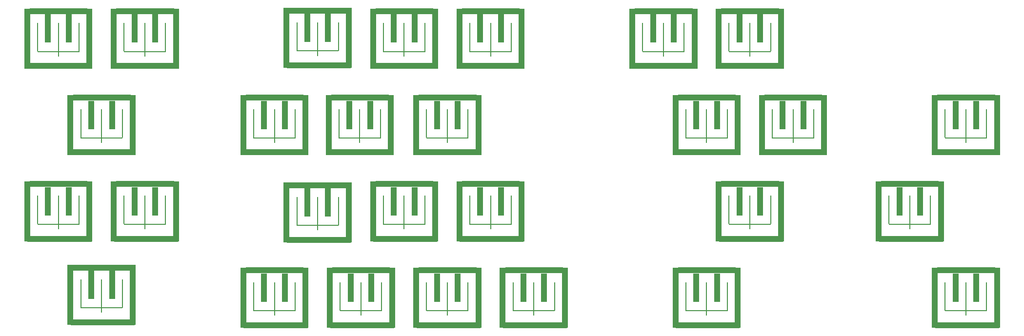
<source format=gbr>
G04 #@! TF.GenerationSoftware,KiCad,Pcbnew,5.1.5+dfsg1-2build2*
G04 #@! TF.CreationDate,2024-05-29T18:28:51+01:00*
G04 #@! TF.ProjectId,qt_touch1,71745f74-6f75-4636-9831-2e6b69636164,rev?*
G04 #@! TF.SameCoordinates,Original*
G04 #@! TF.FileFunction,Paste,Top*
G04 #@! TF.FilePolarity,Positive*
%FSLAX46Y46*%
G04 Gerber Fmt 4.6, Leading zero omitted, Abs format (unit mm)*
G04 Created by KiCad (PCBNEW 5.1.5+dfsg1-2build2) date 2024-05-29 18:28:51*
%MOMM*%
%LPD*%
G04 APERTURE LIST*
%ADD10R,5.000000X1.000000*%
%ADD11R,1.000000X5.000000*%
%ADD12R,5.000000X0.250000*%
%ADD13R,0.250000X5.000000*%
G04 APERTURE END LIST*
D10*
X141600000Y-112700000D03*
X144700000Y-112700000D03*
X138500000Y-112700000D03*
D11*
X146800000Y-110700000D03*
X136000000Y-110700000D03*
X136000000Y-105200000D03*
X146800000Y-105200000D03*
X136000000Y-107700000D03*
X139600000Y-106200000D03*
X143200000Y-106200000D03*
X146800000Y-107700000D03*
D12*
X140200000Y-110200000D03*
X142600000Y-110200000D03*
D13*
X141400000Y-108600000D03*
X137800000Y-107700000D03*
X145000000Y-107700000D03*
D10*
X138900000Y-103200000D03*
X144000000Y-103200000D03*
X141400000Y-103200000D03*
D13*
X141400000Y-107700000D03*
D10*
X134100000Y-97700000D03*
X137200000Y-97700000D03*
X131000000Y-97700000D03*
D11*
X139300000Y-95700000D03*
X128500000Y-95700000D03*
X128500000Y-90200000D03*
X139300000Y-90200000D03*
X128500000Y-92700000D03*
X132100000Y-91200000D03*
X135700000Y-91200000D03*
X139300000Y-92700000D03*
D12*
X132700000Y-95200000D03*
X135100000Y-95200000D03*
D13*
X133900000Y-93600000D03*
X130300000Y-92700000D03*
X137500000Y-92700000D03*
D10*
X131400000Y-88200000D03*
X136500000Y-88200000D03*
X133900000Y-88200000D03*
D13*
X133900000Y-92700000D03*
D10*
X134100000Y-67700000D03*
X137200000Y-67700000D03*
X131000000Y-67700000D03*
D11*
X139300000Y-65700000D03*
X128500000Y-65700000D03*
X128500000Y-60200000D03*
X139300000Y-60200000D03*
X128500000Y-62700000D03*
X132100000Y-61200000D03*
X135700000Y-61200000D03*
X139300000Y-62700000D03*
D12*
X132700000Y-65200000D03*
X135100000Y-65200000D03*
D13*
X133900000Y-63600000D03*
X130300000Y-62700000D03*
X137500000Y-62700000D03*
D10*
X131400000Y-58200000D03*
X136500000Y-58200000D03*
X133900000Y-58200000D03*
D13*
X133900000Y-62700000D03*
D10*
X126600000Y-112700000D03*
X129700000Y-112700000D03*
X123500000Y-112700000D03*
D11*
X131800000Y-110700000D03*
X121000000Y-110700000D03*
X121000000Y-105200000D03*
X131800000Y-105200000D03*
X121000000Y-107700000D03*
X124600000Y-106200000D03*
X128200000Y-106200000D03*
X131800000Y-107700000D03*
D12*
X125200000Y-110200000D03*
X127600000Y-110200000D03*
D13*
X126400000Y-108600000D03*
X122800000Y-107700000D03*
X130000000Y-107700000D03*
D10*
X123900000Y-103200000D03*
X129000000Y-103200000D03*
X126400000Y-103200000D03*
D13*
X126400000Y-107700000D03*
D10*
X126600000Y-82700000D03*
X129700000Y-82700000D03*
X123500000Y-82700000D03*
D11*
X131800000Y-80700000D03*
X121000000Y-80700000D03*
X121000000Y-75200000D03*
X131800000Y-75200000D03*
X121000000Y-77700000D03*
X124600000Y-76200000D03*
X128200000Y-76200000D03*
X131800000Y-77700000D03*
D12*
X125200000Y-80200000D03*
X127600000Y-80200000D03*
D13*
X126400000Y-78600000D03*
X122800000Y-77700000D03*
X130000000Y-77700000D03*
D10*
X123900000Y-73200000D03*
X129000000Y-73200000D03*
X126400000Y-73200000D03*
D13*
X126400000Y-77700000D03*
D10*
X119100000Y-97700000D03*
X122200000Y-97700000D03*
X116000000Y-97700000D03*
D11*
X124300000Y-95700000D03*
X113500000Y-95700000D03*
X113500000Y-90200000D03*
X124300000Y-90200000D03*
X113500000Y-92700000D03*
X117100000Y-91200000D03*
X120700000Y-91200000D03*
X124300000Y-92700000D03*
D12*
X117700000Y-95200000D03*
X120100000Y-95200000D03*
D13*
X118900000Y-93600000D03*
X115300000Y-92700000D03*
X122500000Y-92700000D03*
D10*
X116400000Y-88200000D03*
X121500000Y-88200000D03*
X118900000Y-88200000D03*
D13*
X118900000Y-92700000D03*
D10*
X119100000Y-67700000D03*
X122200000Y-67700000D03*
X116000000Y-67700000D03*
D11*
X124300000Y-65700000D03*
X113500000Y-65700000D03*
X113500000Y-60200000D03*
X124300000Y-60200000D03*
X113500000Y-62700000D03*
X117100000Y-61200000D03*
X120700000Y-61200000D03*
X124300000Y-62700000D03*
D12*
X117700000Y-65200000D03*
X120100000Y-65200000D03*
D13*
X118900000Y-63600000D03*
X115300000Y-62700000D03*
X122500000Y-62700000D03*
D10*
X116400000Y-58200000D03*
X121500000Y-58200000D03*
X118900000Y-58200000D03*
D13*
X118900000Y-62700000D03*
D10*
X111600000Y-112700000D03*
X114700000Y-112700000D03*
X108500000Y-112700000D03*
D11*
X116800000Y-110700000D03*
X106000000Y-110700000D03*
X106000000Y-105200000D03*
X116800000Y-105200000D03*
X106000000Y-107700000D03*
X109600000Y-106200000D03*
X113200000Y-106200000D03*
X116800000Y-107700000D03*
D12*
X110200000Y-110200000D03*
X112600000Y-110200000D03*
D13*
X111400000Y-108600000D03*
X107800000Y-107700000D03*
X115000000Y-107700000D03*
D10*
X108900000Y-103200000D03*
X114000000Y-103200000D03*
X111400000Y-103200000D03*
D13*
X111400000Y-107700000D03*
D10*
X206850000Y-97700000D03*
X209950000Y-97700000D03*
X203750000Y-97700000D03*
D11*
X212050000Y-95700000D03*
X201250000Y-95700000D03*
X201250000Y-90200000D03*
X212050000Y-90200000D03*
X201250000Y-92700000D03*
X204850000Y-91200000D03*
X208450000Y-91200000D03*
X212050000Y-92700000D03*
D12*
X205450000Y-95200000D03*
X207850000Y-95200000D03*
D13*
X206650000Y-93600000D03*
X203050000Y-92700000D03*
X210250000Y-92700000D03*
D10*
X204150000Y-88200000D03*
X209250000Y-88200000D03*
X206650000Y-88200000D03*
D13*
X206650000Y-92700000D03*
D10*
X111400000Y-82700000D03*
X114500000Y-82700000D03*
X108300000Y-82700000D03*
D11*
X116600000Y-80700000D03*
X105800000Y-80700000D03*
X105800000Y-75200000D03*
X116600000Y-75200000D03*
X105800000Y-77700000D03*
X109400000Y-76200000D03*
X113000000Y-76200000D03*
X116600000Y-77700000D03*
D12*
X110000000Y-80200000D03*
X112400000Y-80200000D03*
D13*
X111200000Y-78600000D03*
X107600000Y-77700000D03*
X114800000Y-77700000D03*
D10*
X108700000Y-73200000D03*
X113800000Y-73200000D03*
X111200000Y-73200000D03*
D13*
X111200000Y-77700000D03*
D10*
X104100000Y-97900000D03*
X107200000Y-97900000D03*
X101000000Y-97900000D03*
D11*
X109300000Y-95900000D03*
X98500000Y-95900000D03*
X98500000Y-90400000D03*
X109300000Y-90400000D03*
X98500000Y-92900000D03*
X102100000Y-91400000D03*
X105700000Y-91400000D03*
X109300000Y-92900000D03*
D12*
X102700000Y-95400000D03*
X105100000Y-95400000D03*
D13*
X103900000Y-93800000D03*
X100300000Y-92900000D03*
X107500000Y-92900000D03*
D10*
X101400000Y-88400000D03*
X106500000Y-88400000D03*
X103900000Y-88400000D03*
D13*
X103900000Y-92900000D03*
D10*
X216600000Y-82700000D03*
X219700000Y-82700000D03*
X213500000Y-82700000D03*
D11*
X221800000Y-80700000D03*
X211000000Y-80700000D03*
X211000000Y-75200000D03*
X221800000Y-75200000D03*
X211000000Y-77700000D03*
X214600000Y-76200000D03*
X218200000Y-76200000D03*
X221800000Y-77700000D03*
D12*
X215200000Y-80200000D03*
X217600000Y-80200000D03*
D13*
X216400000Y-78600000D03*
X212800000Y-77700000D03*
X220000000Y-77700000D03*
D10*
X213900000Y-73200000D03*
X219000000Y-73200000D03*
X216400000Y-73200000D03*
D13*
X216400000Y-77700000D03*
D10*
X104100000Y-67600000D03*
X107200000Y-67600000D03*
X101000000Y-67600000D03*
D11*
X109300000Y-65600000D03*
X98500000Y-65600000D03*
X98500000Y-60100000D03*
X109300000Y-60100000D03*
X98500000Y-62600000D03*
X102100000Y-61100000D03*
X105700000Y-61100000D03*
X109300000Y-62600000D03*
D12*
X102700000Y-65100000D03*
X105100000Y-65100000D03*
D13*
X103900000Y-63500000D03*
X100300000Y-62600000D03*
X107500000Y-62600000D03*
D10*
X101400000Y-58100000D03*
X106500000Y-58100000D03*
X103900000Y-58100000D03*
D13*
X103900000Y-62600000D03*
D10*
X216600000Y-112700000D03*
X219700000Y-112700000D03*
X213500000Y-112700000D03*
D11*
X221800000Y-110700000D03*
X211000000Y-110700000D03*
X211000000Y-105200000D03*
X221800000Y-105200000D03*
X211000000Y-107700000D03*
X214600000Y-106200000D03*
X218200000Y-106200000D03*
X221800000Y-107700000D03*
D12*
X215200000Y-110200000D03*
X217600000Y-110200000D03*
D13*
X216400000Y-108600000D03*
X212800000Y-107700000D03*
X220000000Y-107700000D03*
D10*
X213900000Y-103200000D03*
X219000000Y-103200000D03*
X216400000Y-103200000D03*
D13*
X216400000Y-107700000D03*
D10*
X96600000Y-82700000D03*
X99700000Y-82700000D03*
X93500000Y-82700000D03*
D11*
X101800000Y-80700000D03*
X91000000Y-80700000D03*
X91000000Y-75200000D03*
X101800000Y-75200000D03*
X91000000Y-77700000D03*
X94600000Y-76200000D03*
X98200000Y-76200000D03*
X101800000Y-77700000D03*
D12*
X95200000Y-80200000D03*
X97600000Y-80200000D03*
D13*
X96400000Y-78600000D03*
X92800000Y-77700000D03*
X100000000Y-77700000D03*
D10*
X93900000Y-73200000D03*
X99000000Y-73200000D03*
X96400000Y-73200000D03*
D13*
X96400000Y-77700000D03*
D10*
X96600000Y-112700000D03*
X99700000Y-112700000D03*
X93500000Y-112700000D03*
D11*
X101800000Y-110700000D03*
X91000000Y-110700000D03*
X91000000Y-105200000D03*
X101800000Y-105200000D03*
X91000000Y-107700000D03*
X94600000Y-106200000D03*
X98200000Y-106200000D03*
X101800000Y-107700000D03*
D12*
X95200000Y-110200000D03*
X97600000Y-110200000D03*
D13*
X96400000Y-108600000D03*
X92800000Y-107700000D03*
X100000000Y-107700000D03*
D10*
X93900000Y-103200000D03*
X99000000Y-103200000D03*
X96400000Y-103200000D03*
D13*
X96400000Y-107700000D03*
D10*
X186600000Y-82700000D03*
X189700000Y-82700000D03*
X183500000Y-82700000D03*
D11*
X191800000Y-80700000D03*
X181000000Y-80700000D03*
X181000000Y-75200000D03*
X191800000Y-75200000D03*
X181000000Y-77700000D03*
X184600000Y-76200000D03*
X188200000Y-76200000D03*
X191800000Y-77700000D03*
D12*
X185200000Y-80200000D03*
X187600000Y-80200000D03*
D13*
X186400000Y-78600000D03*
X182800000Y-77700000D03*
X190000000Y-77700000D03*
D10*
X183900000Y-73200000D03*
X189000000Y-73200000D03*
X186400000Y-73200000D03*
D13*
X186400000Y-77700000D03*
D10*
X74100000Y-97700000D03*
X77200000Y-97700000D03*
X71000000Y-97700000D03*
D11*
X79300000Y-95700000D03*
X68500000Y-95700000D03*
X68500000Y-90200000D03*
X79300000Y-90200000D03*
X68500000Y-92700000D03*
X72100000Y-91200000D03*
X75700000Y-91200000D03*
X79300000Y-92700000D03*
D12*
X72700000Y-95200000D03*
X75100000Y-95200000D03*
D13*
X73900000Y-93600000D03*
X70300000Y-92700000D03*
X77500000Y-92700000D03*
D10*
X71400000Y-88200000D03*
X76500000Y-88200000D03*
X73900000Y-88200000D03*
D13*
X73900000Y-92700000D03*
D10*
X74100000Y-67700000D03*
X77200000Y-67700000D03*
X71000000Y-67700000D03*
D11*
X79300000Y-65700000D03*
X68500000Y-65700000D03*
X68500000Y-60200000D03*
X79300000Y-60200000D03*
X68500000Y-62700000D03*
X72100000Y-61200000D03*
X75700000Y-61200000D03*
X79300000Y-62700000D03*
D12*
X72700000Y-65200000D03*
X75100000Y-65200000D03*
D13*
X73900000Y-63600000D03*
X70300000Y-62700000D03*
X77500000Y-62700000D03*
D10*
X71400000Y-58200000D03*
X76500000Y-58200000D03*
X73900000Y-58200000D03*
D13*
X73900000Y-62700000D03*
D10*
X179100000Y-97700000D03*
X182200000Y-97700000D03*
X176000000Y-97700000D03*
D11*
X184300000Y-95700000D03*
X173500000Y-95700000D03*
X173500000Y-90200000D03*
X184300000Y-90200000D03*
X173500000Y-92700000D03*
X177100000Y-91200000D03*
X180700000Y-91200000D03*
X184300000Y-92700000D03*
D12*
X177700000Y-95200000D03*
X180100000Y-95200000D03*
D13*
X178900000Y-93600000D03*
X175300000Y-92700000D03*
X182500000Y-92700000D03*
D10*
X176400000Y-88200000D03*
X181500000Y-88200000D03*
X178900000Y-88200000D03*
D13*
X178900000Y-92700000D03*
D10*
X179100000Y-67700000D03*
X182200000Y-67700000D03*
X176000000Y-67700000D03*
D11*
X184300000Y-65700000D03*
X173500000Y-65700000D03*
X173500000Y-60200000D03*
X184300000Y-60200000D03*
X173500000Y-62700000D03*
X177100000Y-61200000D03*
X180700000Y-61200000D03*
X184300000Y-62700000D03*
D12*
X177700000Y-65200000D03*
X180100000Y-65200000D03*
D13*
X178900000Y-63600000D03*
X175300000Y-62700000D03*
X182500000Y-62700000D03*
D10*
X176400000Y-58200000D03*
X181500000Y-58200000D03*
X178900000Y-58200000D03*
D13*
X178900000Y-62700000D03*
D10*
X66600000Y-112200000D03*
X69700000Y-112200000D03*
X63500000Y-112200000D03*
D11*
X71800000Y-110200000D03*
X61000000Y-110200000D03*
X61000000Y-104700000D03*
X71800000Y-104700000D03*
X61000000Y-107200000D03*
X64600000Y-105700000D03*
X68200000Y-105700000D03*
X71800000Y-107200000D03*
D12*
X65200000Y-109700000D03*
X67600000Y-109700000D03*
D13*
X66400000Y-108100000D03*
X62800000Y-107200000D03*
X70000000Y-107200000D03*
D10*
X63900000Y-102700000D03*
X69000000Y-102700000D03*
X66400000Y-102700000D03*
D13*
X66400000Y-107200000D03*
D10*
X66600000Y-82700000D03*
X69700000Y-82700000D03*
X63500000Y-82700000D03*
D11*
X71800000Y-80700000D03*
X61000000Y-80700000D03*
X61000000Y-75200000D03*
X71800000Y-75200000D03*
X61000000Y-77700000D03*
X64600000Y-76200000D03*
X68200000Y-76200000D03*
X71800000Y-77700000D03*
D12*
X65200000Y-80200000D03*
X67600000Y-80200000D03*
D13*
X66400000Y-78600000D03*
X62800000Y-77700000D03*
X70000000Y-77700000D03*
D10*
X63900000Y-73200000D03*
X69000000Y-73200000D03*
X66400000Y-73200000D03*
D13*
X66400000Y-77700000D03*
D10*
X171600000Y-112700000D03*
X174700000Y-112700000D03*
X168500000Y-112700000D03*
D11*
X176800000Y-110700000D03*
X166000000Y-110700000D03*
X166000000Y-105200000D03*
X176800000Y-105200000D03*
X166000000Y-107700000D03*
X169600000Y-106200000D03*
X173200000Y-106200000D03*
X176800000Y-107700000D03*
D12*
X170200000Y-110200000D03*
X172600000Y-110200000D03*
D13*
X171400000Y-108600000D03*
X167800000Y-107700000D03*
X175000000Y-107700000D03*
D10*
X168900000Y-103200000D03*
X174000000Y-103200000D03*
X171400000Y-103200000D03*
D13*
X171400000Y-107700000D03*
D10*
X171600000Y-82700000D03*
X174700000Y-82700000D03*
X168500000Y-82700000D03*
D11*
X176800000Y-80700000D03*
X166000000Y-80700000D03*
X166000000Y-75200000D03*
X176800000Y-75200000D03*
X166000000Y-77700000D03*
X169600000Y-76200000D03*
X173200000Y-76200000D03*
X176800000Y-77700000D03*
D12*
X170200000Y-80200000D03*
X172600000Y-80200000D03*
D13*
X171400000Y-78600000D03*
X167800000Y-77700000D03*
X175000000Y-77700000D03*
D10*
X168900000Y-73200000D03*
X174000000Y-73200000D03*
X171400000Y-73200000D03*
D13*
X171400000Y-77700000D03*
D10*
X59100000Y-97700000D03*
X62200000Y-97700000D03*
X56000000Y-97700000D03*
D11*
X64300000Y-95700000D03*
X53500000Y-95700000D03*
X53500000Y-90200000D03*
X64300000Y-90200000D03*
X53500000Y-92700000D03*
X57100000Y-91200000D03*
X60700000Y-91200000D03*
X64300000Y-92700000D03*
D12*
X57700000Y-95200000D03*
X60100000Y-95200000D03*
D13*
X58900000Y-93600000D03*
X55300000Y-92700000D03*
X62500000Y-92700000D03*
D10*
X56400000Y-88200000D03*
X61500000Y-88200000D03*
X58900000Y-88200000D03*
D13*
X58900000Y-92700000D03*
D10*
X59100000Y-67700000D03*
X62200000Y-67700000D03*
X56000000Y-67700000D03*
D11*
X64300000Y-65700000D03*
X53500000Y-65700000D03*
X53500000Y-60200000D03*
X64300000Y-60200000D03*
X53500000Y-62700000D03*
X57100000Y-61200000D03*
X60700000Y-61200000D03*
X64300000Y-62700000D03*
D12*
X57700000Y-65200000D03*
X60100000Y-65200000D03*
D13*
X58900000Y-63600000D03*
X55300000Y-62700000D03*
X62500000Y-62700000D03*
D10*
X56400000Y-58200000D03*
X61500000Y-58200000D03*
X58900000Y-58200000D03*
D13*
X58900000Y-62700000D03*
D10*
X164100000Y-67700000D03*
X167200000Y-67700000D03*
X161000000Y-67700000D03*
D11*
X169300000Y-65700000D03*
X158500000Y-65700000D03*
X158500000Y-60200000D03*
X169300000Y-60200000D03*
X158500000Y-62700000D03*
X162100000Y-61200000D03*
X165700000Y-61200000D03*
X169300000Y-62700000D03*
D12*
X162700000Y-65200000D03*
X165100000Y-65200000D03*
D13*
X163900000Y-63600000D03*
X160300000Y-62700000D03*
X167500000Y-62700000D03*
D10*
X161400000Y-58200000D03*
X166500000Y-58200000D03*
X163900000Y-58200000D03*
D13*
X163900000Y-62700000D03*
M02*

</source>
